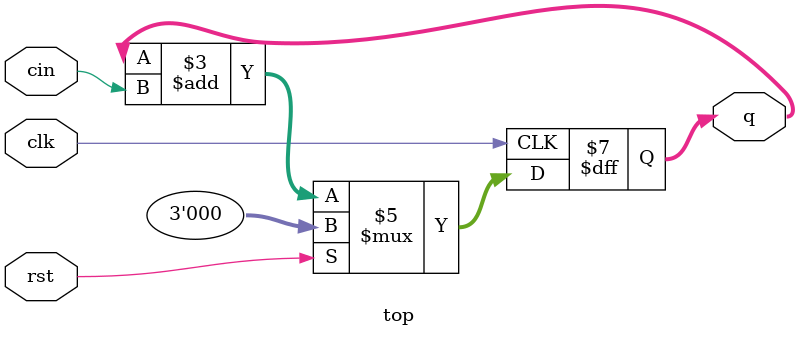
<source format=v>
`default_nettype none
module top(clk, cin, rst, q);
    input wire clk, cin, rst;
    output reg [2:0] q;
/* verilator lint_off WIDTHEXPAND */
    always@(posedge clk)
    begin
        if(rst == 1'b1) q <= 1'b0;
        else q <= q + cin;
    end
/* verilator lint_on WIDTHEXPAND */
endmodule

</source>
